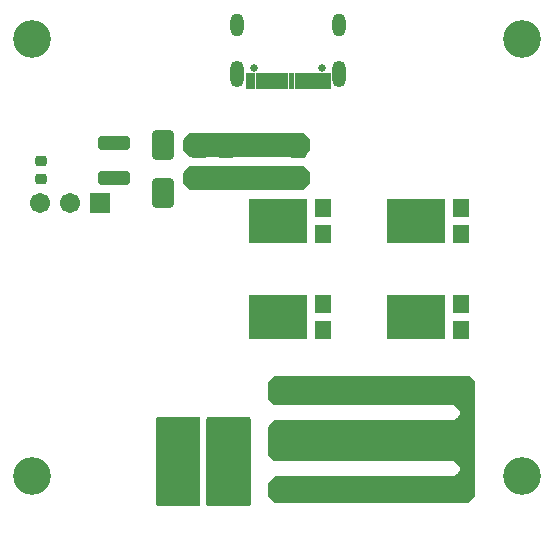
<source format=gts>
G04 #@! TF.GenerationSoftware,KiCad,Pcbnew,7.0.5*
G04 #@! TF.CreationDate,2024-02-25T22:15:05+02:00*
G04 #@! TF.ProjectId,WTP_receiver,5754505f-7265-4636-9569-7665722e6b69,rev?*
G04 #@! TF.SameCoordinates,Original*
G04 #@! TF.FileFunction,Soldermask,Top*
G04 #@! TF.FilePolarity,Negative*
%FSLAX46Y46*%
G04 Gerber Fmt 4.6, Leading zero omitted, Abs format (unit mm)*
G04 Created by KiCad (PCBNEW 7.0.5) date 2024-02-25 22:15:05*
%MOMM*%
%LPD*%
G01*
G04 APERTURE LIST*
G04 Aperture macros list*
%AMRoundRect*
0 Rectangle with rounded corners*
0 $1 Rounding radius*
0 $2 $3 $4 $5 $6 $7 $8 $9 X,Y pos of 4 corners*
0 Add a 4 corners polygon primitive as box body*
4,1,4,$2,$3,$4,$5,$6,$7,$8,$9,$2,$3,0*
0 Add four circle primitives for the rounded corners*
1,1,$1+$1,$2,$3*
1,1,$1+$1,$4,$5*
1,1,$1+$1,$6,$7*
1,1,$1+$1,$8,$9*
0 Add four rect primitives between the rounded corners*
20,1,$1+$1,$2,$3,$4,$5,0*
20,1,$1+$1,$4,$5,$6,$7,0*
20,1,$1+$1,$6,$7,$8,$9,0*
20,1,$1+$1,$8,$9,$2,$3,0*%
G04 Aperture macros list end*
%ADD10C,0.010000*%
%ADD11O,1.154000X1.954000*%
%ADD12O,1.154000X2.254000*%
%ADD13C,0.650000*%
%ADD14RoundRect,0.102000X-0.754000X0.754000X-0.754000X-0.754000X0.754000X-0.754000X0.754000X0.754000X0*%
%ADD15C,1.712000*%
%ADD16R,1.440000X1.600000*%
%ADD17R,4.960000X3.800000*%
%ADD18RoundRect,0.102000X1.590000X-0.535000X1.590000X0.535000X-1.590000X0.535000X-1.590000X-0.535000X0*%
%ADD19RoundRect,0.250000X1.100000X-0.325000X1.100000X0.325000X-1.100000X0.325000X-1.100000X-0.325000X0*%
%ADD20C,3.200000*%
%ADD21RoundRect,0.250000X-0.650000X1.000000X-0.650000X-1.000000X0.650000X-1.000000X0.650000X1.000000X0*%
%ADD22RoundRect,0.250000X0.475000X-0.250000X0.475000X0.250000X-0.475000X0.250000X-0.475000X-0.250000X0*%
%ADD23RoundRect,0.225000X0.250000X-0.225000X0.250000X0.225000X-0.250000X0.225000X-0.250000X-0.225000X0*%
G04 APERTURE END LIST*
D10*
X79869250Y-23895000D02*
X79169250Y-23895000D01*
X79169250Y-22655000D01*
X79869250Y-22655000D01*
X79869250Y-23895000D01*
G36*
X79869250Y-23895000D02*
G01*
X79169250Y-23895000D01*
X79169250Y-22655000D01*
X79869250Y-22655000D01*
X79869250Y-23895000D01*
G37*
X84669250Y-23895000D02*
X83969250Y-23895000D01*
X83969250Y-22655000D01*
X84669250Y-22655000D01*
X84669250Y-23895000D01*
G36*
X84669250Y-23895000D02*
G01*
X83969250Y-23895000D01*
X83969250Y-22655000D01*
X84669250Y-22655000D01*
X84669250Y-23895000D01*
G37*
X79069250Y-23895000D02*
X78369250Y-23895000D01*
X78369250Y-22655000D01*
X79069250Y-22655000D01*
X79069250Y-23895000D01*
G36*
X79069250Y-23895000D02*
G01*
X78369250Y-23895000D01*
X78369250Y-22655000D01*
X79069250Y-22655000D01*
X79069250Y-23895000D01*
G37*
X85469250Y-23895000D02*
X84769250Y-23895000D01*
X84769250Y-22655000D01*
X85469250Y-22655000D01*
X85469250Y-23895000D01*
G36*
X85469250Y-23895000D02*
G01*
X84769250Y-23895000D01*
X84769250Y-22655000D01*
X85469250Y-22655000D01*
X85469250Y-23895000D01*
G37*
X81869250Y-23895000D02*
X81469250Y-23895000D01*
X81469250Y-22655000D01*
X81869250Y-22655000D01*
X81869250Y-23895000D01*
G36*
X81869250Y-23895000D02*
G01*
X81469250Y-23895000D01*
X81469250Y-22655000D01*
X81869250Y-22655000D01*
X81869250Y-23895000D01*
G37*
X82369250Y-23895000D02*
X81969250Y-23895000D01*
X81969250Y-22655000D01*
X82369250Y-22655000D01*
X82369250Y-23895000D01*
G36*
X82369250Y-23895000D02*
G01*
X81969250Y-23895000D01*
X81969250Y-22655000D01*
X82369250Y-22655000D01*
X82369250Y-23895000D01*
G37*
X81369250Y-23895000D02*
X80969250Y-23895000D01*
X80969250Y-22655000D01*
X81369250Y-22655000D01*
X81369250Y-23895000D01*
G36*
X81369250Y-23895000D02*
G01*
X80969250Y-23895000D01*
X80969250Y-22655000D01*
X81369250Y-22655000D01*
X81369250Y-23895000D01*
G37*
X80869250Y-23895000D02*
X80469250Y-23895000D01*
X80469250Y-22655000D01*
X80869250Y-22655000D01*
X80869250Y-23895000D01*
G36*
X80869250Y-23895000D02*
G01*
X80469250Y-23895000D01*
X80469250Y-22655000D01*
X80869250Y-22655000D01*
X80869250Y-23895000D01*
G37*
X80369250Y-23895000D02*
X79969250Y-23895000D01*
X79969250Y-22655000D01*
X80369250Y-22655000D01*
X80369250Y-23895000D01*
G36*
X80369250Y-23895000D02*
G01*
X79969250Y-23895000D01*
X79969250Y-22655000D01*
X80369250Y-22655000D01*
X80369250Y-23895000D01*
G37*
X82869250Y-23895000D02*
X82469250Y-23895000D01*
X82469250Y-22655000D01*
X82869250Y-22655000D01*
X82869250Y-23895000D01*
G36*
X82869250Y-23895000D02*
G01*
X82469250Y-23895000D01*
X82469250Y-22655000D01*
X82869250Y-22655000D01*
X82869250Y-23895000D01*
G37*
X83369250Y-23895000D02*
X82969250Y-23895000D01*
X82969250Y-22655000D01*
X83369250Y-22655000D01*
X83369250Y-23895000D01*
G36*
X83369250Y-23895000D02*
G01*
X82969250Y-23895000D01*
X82969250Y-22655000D01*
X83369250Y-22655000D01*
X83369250Y-23895000D01*
G37*
X83869250Y-23895000D02*
X83469250Y-23895000D01*
X83469250Y-22655000D01*
X83869250Y-22655000D01*
X83869250Y-23895000D01*
G36*
X83869250Y-23895000D02*
G01*
X83469250Y-23895000D01*
X83469250Y-22655000D01*
X83869250Y-22655000D01*
X83869250Y-23895000D01*
G37*
D11*
X77594250Y-18525000D03*
X86244250Y-18525000D03*
D12*
X77594250Y-22725000D03*
X86244250Y-22725000D03*
D13*
X79029250Y-22205000D03*
X84809250Y-22205000D03*
D14*
X66040000Y-33622000D03*
D15*
X63500000Y-33622000D03*
X60960000Y-33622000D03*
D16*
X84862000Y-36207000D03*
X84862000Y-34077000D03*
D17*
X81062000Y-35142000D03*
D18*
X90250000Y-52754000D03*
X90250000Y-49750000D03*
X82250000Y-52754000D03*
X82250000Y-49750000D03*
D19*
X79678000Y-31461000D03*
X79678000Y-28511000D03*
D20*
X60250000Y-56750000D03*
D18*
X90250000Y-57752000D03*
X90250000Y-54748000D03*
D21*
X71300000Y-28750000D03*
X71300000Y-32750000D03*
D20*
X60250000Y-19750000D03*
D18*
X86250000Y-52754000D03*
X86250000Y-49750000D03*
D19*
X67200000Y-31475000D03*
X67200000Y-28525000D03*
D18*
X94250000Y-52754000D03*
X94250000Y-49750000D03*
X94250000Y-57752000D03*
X94250000Y-54748000D03*
D20*
X101750000Y-56750000D03*
X101750000Y-19750000D03*
D18*
X86250000Y-57754000D03*
X86250000Y-54750000D03*
D22*
X74344000Y-31190000D03*
X74344000Y-29290000D03*
X82726000Y-31190000D03*
X82726000Y-29290000D03*
X76630000Y-31190000D03*
X76630000Y-29290000D03*
D18*
X82250000Y-57752000D03*
X82250000Y-54748000D03*
D16*
X96546000Y-36207000D03*
X96546000Y-34077000D03*
D17*
X92746000Y-35142000D03*
D23*
X61000000Y-31603000D03*
X61000000Y-30053000D03*
D16*
X84862000Y-44335000D03*
X84862000Y-42205000D03*
D17*
X81062000Y-43270000D03*
D16*
X96546000Y-44335000D03*
X96546000Y-42205000D03*
D17*
X92746000Y-43270000D03*
G36*
X97501511Y-51750075D02*
G01*
X97521460Y-51751055D01*
X97527517Y-51751651D01*
X97545756Y-51754356D01*
X97551727Y-51755544D01*
X97569613Y-51760023D01*
X97575443Y-51761792D01*
X97592801Y-51768003D01*
X97598423Y-51770332D01*
X97615093Y-51778216D01*
X97620462Y-51781086D01*
X97636281Y-51790567D01*
X97641342Y-51793949D01*
X97656146Y-51804928D01*
X97660851Y-51808789D01*
X97674516Y-51821173D01*
X97678826Y-51825483D01*
X97691210Y-51839148D01*
X97695071Y-51843853D01*
X97706050Y-51858657D01*
X97709432Y-51863718D01*
X97718913Y-51879537D01*
X97721783Y-51884906D01*
X97729667Y-51901576D01*
X97731996Y-51907198D01*
X97738207Y-51924556D01*
X97739976Y-51930386D01*
X97744455Y-51948272D01*
X97745643Y-51954243D01*
X97748348Y-51972480D01*
X97748944Y-51978533D01*
X97749925Y-51998482D01*
X97750000Y-52001528D01*
X97750000Y-55498471D01*
X97749925Y-55501517D01*
X97748944Y-55521466D01*
X97748348Y-55527519D01*
X97745643Y-55545756D01*
X97744455Y-55551727D01*
X97739976Y-55569613D01*
X97738207Y-55575443D01*
X97731996Y-55592801D01*
X97729667Y-55598423D01*
X97721783Y-55615093D01*
X97718913Y-55620462D01*
X97709432Y-55636281D01*
X97706050Y-55641342D01*
X97695071Y-55656146D01*
X97691210Y-55660851D01*
X97678826Y-55674516D01*
X97674516Y-55678826D01*
X97660851Y-55691210D01*
X97656146Y-55695071D01*
X97641342Y-55706050D01*
X97636281Y-55709432D01*
X97620462Y-55718913D01*
X97615093Y-55721783D01*
X97598423Y-55729667D01*
X97592801Y-55731996D01*
X97575443Y-55738207D01*
X97569613Y-55739976D01*
X97551727Y-55744455D01*
X97545756Y-55745643D01*
X97527519Y-55748348D01*
X97521466Y-55748944D01*
X97501517Y-55749925D01*
X97498471Y-55750000D01*
X96293362Y-55750000D01*
X96226323Y-55730315D01*
X96205681Y-55713681D01*
X95992000Y-55500000D01*
X80809362Y-55500000D01*
X80742323Y-55480315D01*
X80721681Y-55463681D01*
X80286319Y-55028319D01*
X80252834Y-54966996D01*
X80250000Y-54940638D01*
X80250000Y-52559361D01*
X80269685Y-52492322D01*
X80286319Y-52471680D01*
X80721681Y-52036319D01*
X80783004Y-52002834D01*
X80809362Y-52000000D01*
X95992000Y-52000000D01*
X95992000Y-51999999D01*
X96205681Y-51786319D01*
X96267004Y-51752834D01*
X96293362Y-51750000D01*
X97498469Y-51750000D01*
X97501511Y-51750075D01*
G37*
G36*
X97693039Y-50519685D02*
G01*
X97738794Y-50572489D01*
X97750000Y-50624000D01*
X97750000Y-56876000D01*
X97730315Y-56943039D01*
X97677511Y-56988794D01*
X97626000Y-57000000D01*
X96501529Y-57000000D01*
X96498483Y-56999925D01*
X96478534Y-56998944D01*
X96472480Y-56998348D01*
X96454243Y-56995643D01*
X96448272Y-56994455D01*
X96430386Y-56989976D01*
X96424556Y-56988207D01*
X96407198Y-56981996D01*
X96401576Y-56979667D01*
X96384906Y-56971783D01*
X96379537Y-56968913D01*
X96363718Y-56959432D01*
X96358657Y-56956050D01*
X96343853Y-56945071D01*
X96339148Y-56941210D01*
X96325483Y-56928826D01*
X96321173Y-56924516D01*
X96308789Y-56910851D01*
X96304928Y-56906146D01*
X96293949Y-56891342D01*
X96290567Y-56886281D01*
X96281086Y-56870462D01*
X96278216Y-56865093D01*
X96270332Y-56848423D01*
X96268003Y-56842801D01*
X96261792Y-56825443D01*
X96260023Y-56819613D01*
X96255544Y-56801727D01*
X96254356Y-56795756D01*
X96251651Y-56777517D01*
X96251055Y-56771460D01*
X96250075Y-56751511D01*
X96250000Y-56748469D01*
X96250000Y-56543361D01*
X96269685Y-56476322D01*
X96286319Y-56455680D01*
X96500000Y-56241999D01*
X96500000Y-56008000D01*
X96286319Y-55794319D01*
X96252834Y-55732996D01*
X96250000Y-55706638D01*
X96250000Y-51793362D01*
X96269685Y-51726323D01*
X96286319Y-51705681D01*
X96499999Y-51492000D01*
X96500000Y-51491999D01*
X96500000Y-51258000D01*
X96286319Y-51044319D01*
X96252834Y-50982996D01*
X96250000Y-50956638D01*
X96250000Y-50751530D01*
X96250075Y-50748488D01*
X96251055Y-50728539D01*
X96251651Y-50722482D01*
X96254356Y-50704243D01*
X96255544Y-50698272D01*
X96260023Y-50680386D01*
X96261792Y-50674556D01*
X96268003Y-50657198D01*
X96270332Y-50651576D01*
X96278216Y-50634906D01*
X96281086Y-50629537D01*
X96290567Y-50613718D01*
X96293949Y-50608657D01*
X96304928Y-50593853D01*
X96308789Y-50589148D01*
X96321173Y-50575483D01*
X96325483Y-50571173D01*
X96339148Y-50558789D01*
X96343853Y-50554928D01*
X96358657Y-50543949D01*
X96363718Y-50540567D01*
X96379537Y-50531086D01*
X96384906Y-50528216D01*
X96401576Y-50520332D01*
X96407198Y-50518003D01*
X96424556Y-50511792D01*
X96430386Y-50510023D01*
X96448272Y-50505544D01*
X96454243Y-50504356D01*
X96472482Y-50501651D01*
X96478540Y-50501055D01*
X96498489Y-50500075D01*
X96501531Y-50500000D01*
X97626000Y-50500000D01*
X97693039Y-50519685D01*
G37*
G36*
X83249931Y-27720002D02*
G01*
X83270905Y-27736905D01*
X83705095Y-28171095D01*
X83739121Y-28233407D01*
X83742000Y-28260190D01*
X83742000Y-29171809D01*
X83721998Y-29239930D01*
X83705096Y-29260904D01*
X83270906Y-29695095D01*
X83208593Y-29729120D01*
X83181810Y-29732000D01*
X73622190Y-29732000D01*
X73554069Y-29711998D01*
X73533095Y-29695095D01*
X73098905Y-29260905D01*
X73064879Y-29198593D01*
X73062000Y-29171810D01*
X73062000Y-28260190D01*
X73082002Y-28192069D01*
X73098905Y-28171095D01*
X73533095Y-27736905D01*
X73595407Y-27702879D01*
X73622190Y-27700000D01*
X83181810Y-27700000D01*
X83249931Y-27720002D01*
G37*
G36*
X83249931Y-30514002D02*
G01*
X83270905Y-30530905D01*
X83705095Y-30965095D01*
X83739121Y-31027407D01*
X83742000Y-31054190D01*
X83742000Y-31965809D01*
X83721998Y-32033930D01*
X83705096Y-32054904D01*
X83270906Y-32489095D01*
X83208593Y-32523120D01*
X83181810Y-32526000D01*
X73622190Y-32526000D01*
X73554069Y-32505998D01*
X73533095Y-32489095D01*
X73098905Y-32054905D01*
X73064879Y-31992593D01*
X73062000Y-31965810D01*
X73062000Y-31054190D01*
X73082002Y-30986069D01*
X73098905Y-30965095D01*
X73533095Y-30530905D01*
X73595407Y-30496879D01*
X73622190Y-30494000D01*
X83181810Y-30494000D01*
X83249931Y-30514002D01*
G37*
G36*
X97257677Y-48269685D02*
G01*
X97278319Y-48286319D01*
X97713681Y-48721681D01*
X97747166Y-48783004D01*
X97750000Y-48809362D01*
X97750000Y-50876000D01*
X97730315Y-50943039D01*
X97677511Y-50988794D01*
X97626000Y-51000000D01*
X96293362Y-51000000D01*
X96226323Y-50980315D01*
X96205681Y-50963681D01*
X95992000Y-50750000D01*
X80809362Y-50750000D01*
X80742323Y-50730315D01*
X80721681Y-50713681D01*
X80286319Y-50278319D01*
X80252834Y-50216996D01*
X80250000Y-50190638D01*
X80250000Y-48809362D01*
X80269685Y-48742323D01*
X80286319Y-48721681D01*
X80721681Y-48286319D01*
X80783004Y-48252834D01*
X80809362Y-48250000D01*
X97190638Y-48250000D01*
X97257677Y-48269685D01*
G37*
G36*
X78693039Y-51769685D02*
G01*
X78738794Y-51822489D01*
X78750000Y-51874000D01*
X78750000Y-59126000D01*
X78730315Y-59193039D01*
X78677511Y-59238794D01*
X78626000Y-59250000D01*
X75124000Y-59250000D01*
X75056961Y-59230315D01*
X75011206Y-59177511D01*
X75000000Y-59126000D01*
X75000000Y-51874000D01*
X75019685Y-51806961D01*
X75072489Y-51761206D01*
X75124000Y-51750000D01*
X78626000Y-51750000D01*
X78693039Y-51769685D01*
G37*
G36*
X97693039Y-56519685D02*
G01*
X97738794Y-56572489D01*
X97750000Y-56624000D01*
X97750000Y-58440638D01*
X97730315Y-58507677D01*
X97713681Y-58528319D01*
X97278319Y-58963681D01*
X97216996Y-58997166D01*
X97190638Y-59000000D01*
X80809362Y-59000000D01*
X80742323Y-58980315D01*
X80721681Y-58963681D01*
X80286319Y-58528319D01*
X80252834Y-58466996D01*
X80250000Y-58440638D01*
X80250000Y-57309362D01*
X80269685Y-57242323D01*
X80286319Y-57221681D01*
X80721681Y-56786319D01*
X80783004Y-56752834D01*
X80809362Y-56750000D01*
X95992000Y-56750000D01*
X95992000Y-56749999D01*
X96205681Y-56536319D01*
X96267004Y-56502834D01*
X96293362Y-56500000D01*
X97626000Y-56500000D01*
X97693039Y-56519685D01*
G37*
G36*
X74443039Y-51769685D02*
G01*
X74488794Y-51822489D01*
X74500000Y-51874000D01*
X74500000Y-59126000D01*
X74480315Y-59193039D01*
X74427511Y-59238794D01*
X74376000Y-59250000D01*
X70874000Y-59250000D01*
X70806961Y-59230315D01*
X70761206Y-59177511D01*
X70750000Y-59126000D01*
X70750000Y-51874000D01*
X70769685Y-51806961D01*
X70822489Y-51761206D01*
X70874000Y-51750000D01*
X74376000Y-51750000D01*
X74443039Y-51769685D01*
G37*
M02*

</source>
